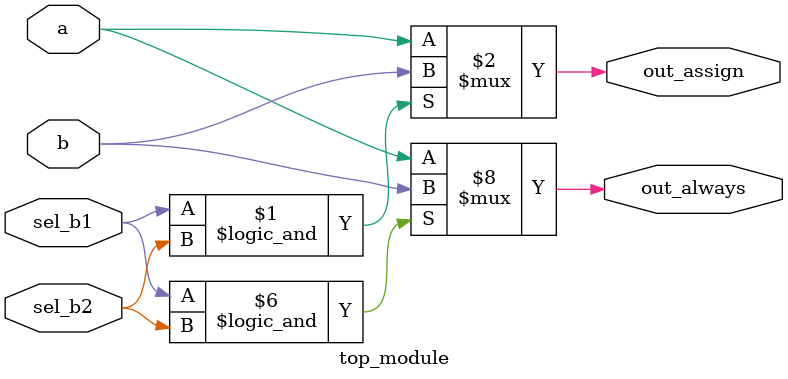
<source format=v>
module top_module (
    input  wire a,
    input  wire b,
    input  wire sel_b1,
    input  wire sel_b2,
    output wire out_assign,
    output  reg out_always
);
    assign out_assign = (sel_b1 && sel_b2) ? b : a;

    always @(*) begin
        if (sel_b1 == 1'b1 && sel_b2 == 1'b1) begin
            out_always = b;
        end
        else begin
            out_always = a;
        end
    end
endmodule

</source>
